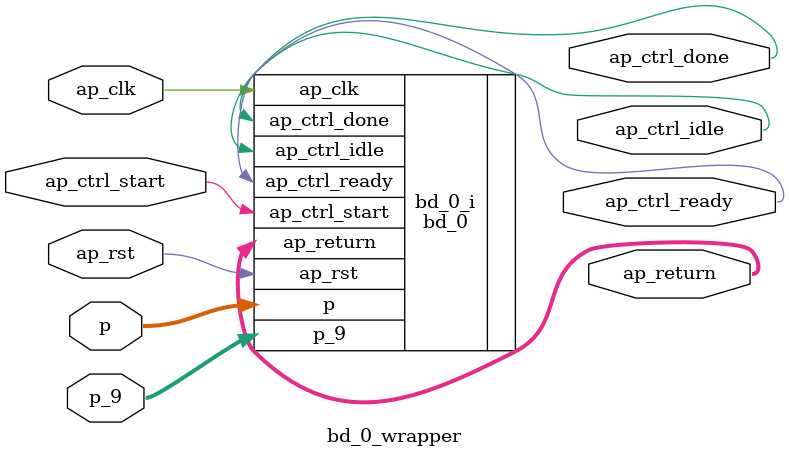
<source format=v>
`timescale 1 ps / 1 ps

module bd_0_wrapper
   (ap_clk,
    ap_ctrl_done,
    ap_ctrl_idle,
    ap_ctrl_ready,
    ap_ctrl_start,
    ap_return,
    ap_rst,
    p,
    p_9);
  input ap_clk;
  output ap_ctrl_done;
  output ap_ctrl_idle;
  output ap_ctrl_ready;
  input ap_ctrl_start;
  output [63:0]ap_return;
  input ap_rst;
  input [7:0]p;
  input [15:0]p_9;

  wire ap_clk;
  wire ap_ctrl_done;
  wire ap_ctrl_idle;
  wire ap_ctrl_ready;
  wire ap_ctrl_start;
  wire [63:0]ap_return;
  wire ap_rst;
  wire [7:0]p;
  wire [15:0]p_9;

  bd_0 bd_0_i
       (.ap_clk(ap_clk),
        .ap_ctrl_done(ap_ctrl_done),
        .ap_ctrl_idle(ap_ctrl_idle),
        .ap_ctrl_ready(ap_ctrl_ready),
        .ap_ctrl_start(ap_ctrl_start),
        .ap_return(ap_return),
        .ap_rst(ap_rst),
        .p(p),
        .p_9(p_9));
endmodule

</source>
